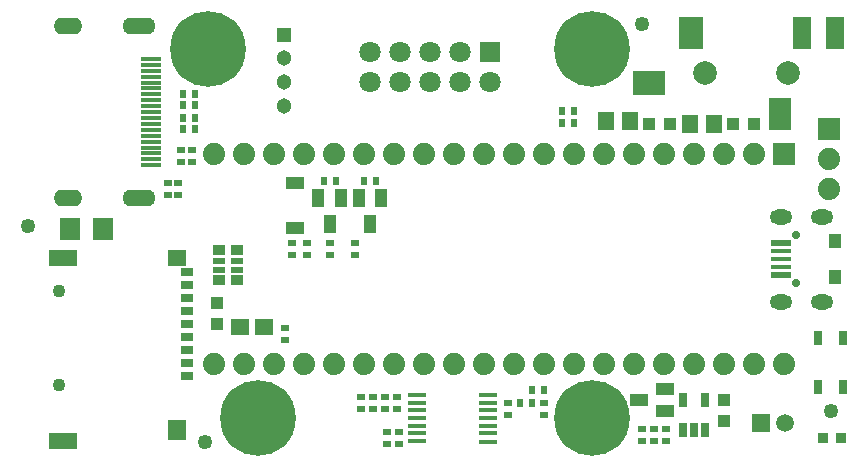
<source format=gbr>
%TF.GenerationSoftware,KiCad,Pcbnew,5.1.0-rc2-unknown-036be7d~80~ubuntu16.04.1*%
%TF.CreationDate,2022-03-09T08:52:48+02:00*%
%TF.ProjectId,RP2040-PICO-PC_rev_C,52503230-3430-42d5-9049-434f2d50435f,C*%
%TF.SameCoordinates,Original*%
%TF.FileFunction,Soldermask,Top*%
%TF.FilePolarity,Negative*%
%FSLAX46Y46*%
G04 Gerber Fmt 4.6, Leading zero omitted, Abs format (unit mm)*
G04 Created by KiCad (PCBNEW 5.1.0-rc2-unknown-036be7d~80~ubuntu16.04.1) date 2022-03-09 08:52:48*
%MOMM*%
%LPD*%
G04 APERTURE LIST*
%ADD10R,1.501600X1.101600*%
%ADD11C,1.879600*%
%ADD12R,1.879600X1.879600*%
%ADD13R,1.100000X0.700000*%
%ADD14R,1.600000X1.400000*%
%ADD15R,1.600000X1.800000*%
%ADD16R,2.400000X1.400000*%
%ADD17C,1.101600*%
%ADD18R,0.651600X0.601600*%
%ADD19C,1.801600*%
%ADD20R,1.801600X1.801600*%
%ADD21R,1.101600X1.501600*%
%ADD22R,1.301600X1.301600*%
%ADD23C,1.301600*%
%ADD24R,0.651600X1.301600*%
%ADD25R,1.371600X1.625600*%
%ADD26R,0.601600X0.651600*%
%ADD27R,1.501600X2.701600*%
%ADD28R,2.101600X2.701600*%
%ADD29R,1.901600X2.701600*%
%ADD30R,2.701600X2.101600*%
%ADD31C,2.001600*%
%ADD32C,6.401600*%
%ADD33C,1.254000*%
%ADD34C,1.501600*%
%ADD35R,1.501600X1.501600*%
%ADD36R,1.117600X1.117600*%
%ADD37R,1.701600X1.901600*%
%ADD38R,0.901600X0.901600*%
%ADD39R,1.751600X0.601600*%
%ADD40R,1.751600X0.426600*%
%ADD41C,0.701600*%
%ADD42R,1.101600X1.201600*%
%ADD43O,1.901600X1.301600*%
%ADD44R,1.501600X0.426600*%
%ADD45R,1.625600X1.371600*%
%ADD46R,1.117600X0.609600*%
%ADD47R,1.117600X0.863600*%
%ADD48O,2.401600X1.401600*%
%ADD49R,1.701600X0.351600*%
%ADD50O,2.801600X1.401600*%
%ADD51R,0.751600X1.151600*%
G04 APERTURE END LIST*
D10*
%TO.C,FET1*%
X174081440Y-135315960D03*
X174081440Y-133413500D03*
X171871640Y-134368540D03*
%TD*%
D11*
%TO.C,RP2040_PLATFORM1*%
X168910000Y-131318000D03*
X166370000Y-113538000D03*
X166370000Y-131318000D03*
X163830000Y-113538000D03*
X161290000Y-113538000D03*
X161290000Y-131318000D03*
X181610000Y-131318000D03*
X148590000Y-113538000D03*
X153670000Y-131318000D03*
X135890000Y-131318000D03*
X156210000Y-113538000D03*
X168910000Y-113538000D03*
X181610000Y-113538000D03*
D12*
X184150000Y-113538000D03*
D11*
X140970000Y-131318000D03*
X148590000Y-131318000D03*
X146050000Y-131318000D03*
X151130000Y-131318000D03*
X176530000Y-131318000D03*
X138430000Y-131318000D03*
X163830000Y-131318000D03*
X138430000Y-113538000D03*
X140970000Y-113538000D03*
X153670000Y-113538000D03*
X173990000Y-113538000D03*
X171450000Y-131318000D03*
X135890000Y-113538000D03*
X151130000Y-113538000D03*
X184150000Y-131318000D03*
X176530000Y-113538000D03*
X171450000Y-113538000D03*
X146050000Y-113538000D03*
X179070000Y-113538000D03*
X156210000Y-131318000D03*
X143510000Y-113538000D03*
X158750000Y-113538000D03*
X158750000Y-131318000D03*
X143510000Y-131318000D03*
X179070000Y-131318000D03*
X173990000Y-131318000D03*
%TD*%
D13*
%TO.C,MICRO_SD1*%
X133615000Y-123498000D03*
X133615000Y-124598000D03*
X133615000Y-125698000D03*
X133615000Y-126798000D03*
X133615000Y-127898000D03*
X133615000Y-128998000D03*
X133615000Y-130098000D03*
X133615000Y-131198000D03*
X133615000Y-132298000D03*
D14*
X132735000Y-122298000D03*
D15*
X132735000Y-136898000D03*
D16*
X123135000Y-122298000D03*
X123135000Y-137798000D03*
D17*
X122732800Y-133096000D03*
X122732800Y-125095000D03*
%TD*%
D18*
%TO.C,R12*%
X133096000Y-113157000D03*
X133096000Y-114173000D03*
%TD*%
%TO.C,R25*%
X142494000Y-121031000D03*
X142494000Y-122047000D03*
%TD*%
D19*
%TO.C,UEXT1*%
X149098000Y-107442000D03*
X149098000Y-104902000D03*
X151638000Y-107442000D03*
X151638000Y-104902000D03*
X154178000Y-107442000D03*
X154178000Y-104902000D03*
X156718000Y-107442000D03*
X156718000Y-104902000D03*
X159258000Y-107442000D03*
D20*
X159258000Y-104902000D03*
%TD*%
D21*
%TO.C,FET2*%
X146618960Y-117256560D03*
X144716500Y-117256560D03*
X145671540Y-119466360D03*
%TD*%
D18*
%TO.C,R19*%
X150368000Y-134112000D03*
X150368000Y-135128000D03*
%TD*%
%TO.C,R22*%
X151384000Y-135128000D03*
X151384000Y-134112000D03*
%TD*%
D22*
%TO.C,CON2*%
X141774000Y-103426000D03*
D23*
X141774000Y-105426000D03*
X141774000Y-107426000D03*
X141774000Y-109426000D03*
%TD*%
D24*
%TO.C,U1*%
X175580000Y-136936000D03*
X176530000Y-136936000D03*
X177480000Y-136936000D03*
X175580000Y-134336000D03*
X177480000Y-134336000D03*
%TD*%
D11*
%TO.C,DBG1*%
X187960000Y-116459000D03*
X187960000Y-113919000D03*
D12*
X187960000Y-111379000D03*
%TD*%
D25*
%TO.C,C7*%
X176149000Y-110998000D03*
X178181000Y-110998000D03*
%TD*%
%TO.C,C3*%
X169037000Y-110744000D03*
X171069000Y-110744000D03*
%TD*%
D26*
%TO.C,R28*%
X149606000Y-115824000D03*
X148590000Y-115824000D03*
%TD*%
%TO.C,R26*%
X146177000Y-115824000D03*
X145161000Y-115824000D03*
%TD*%
D18*
%TO.C,R6*%
X143764000Y-122047000D03*
X143764000Y-121031000D03*
%TD*%
D21*
%TO.C,FET3*%
X150047960Y-117256560D03*
X148145500Y-117256560D03*
X149100540Y-119466360D03*
%TD*%
D27*
%TO.C,AUDIO_JACK_1*%
X188483000Y-103280000D03*
D28*
X176283000Y-103280000D03*
D29*
X183783000Y-110180000D03*
D30*
X172683000Y-107480000D03*
D27*
X185683000Y-103280000D03*
D31*
X184483000Y-106680000D03*
X177483000Y-106680000D03*
%TD*%
D18*
%TO.C,R3*%
X147828000Y-121031000D03*
X147828000Y-122047000D03*
%TD*%
%TO.C,R2*%
X145669000Y-121031000D03*
X145669000Y-122047000D03*
%TD*%
D23*
%TO.C,MH3*%
X165481000Y-104648000D03*
X170307000Y-104648000D03*
X169545000Y-106299000D03*
X166243000Y-106426000D03*
X169545000Y-102997000D03*
X166243000Y-102997000D03*
X167894000Y-107061000D03*
X167894000Y-102235000D03*
D32*
X167894000Y-104648000D03*
%TD*%
D33*
%TO.C,FID4*%
X135128000Y-137922000D03*
%TD*%
D34*
%TO.C,BAT_CON1*%
X184261760Y-136288780D03*
D35*
X182232300Y-136291320D03*
%TD*%
D18*
%TO.C,R7*%
X132842000Y-115951000D03*
X132842000Y-116967000D03*
%TD*%
D26*
%TO.C,R13*%
X133223000Y-111379000D03*
X134239000Y-111379000D03*
%TD*%
%TO.C,R10*%
X133223000Y-108458000D03*
X134239000Y-108458000D03*
%TD*%
D18*
%TO.C,R11*%
X131953000Y-115951000D03*
X131953000Y-116967000D03*
%TD*%
D26*
%TO.C,R9*%
X133223000Y-110490000D03*
X134239000Y-110490000D03*
%TD*%
D18*
%TO.C,R8*%
X133985000Y-113157000D03*
X133985000Y-114173000D03*
%TD*%
D26*
%TO.C,R14*%
X133223000Y-109347000D03*
X134239000Y-109347000D03*
%TD*%
D33*
%TO.C,FID1*%
X172085000Y-102489000D03*
%TD*%
%TO.C,FID2*%
X188087000Y-135255000D03*
%TD*%
%TO.C,FID3*%
X120142000Y-119634000D03*
%TD*%
D36*
%TO.C,C1*%
X136144000Y-127889000D03*
X136144000Y-126111000D03*
%TD*%
D37*
%TO.C,FUSE1*%
X123695000Y-119888000D03*
X126495000Y-119888000D03*
%TD*%
D36*
%TO.C,C2*%
X179070000Y-134366000D03*
X179070000Y-136144000D03*
%TD*%
D38*
%TO.C,LED1*%
X188976000Y-137541000D03*
X187452000Y-137541000D03*
%TD*%
D18*
%TO.C,R1*%
X172085000Y-137795000D03*
X172085000Y-136779000D03*
%TD*%
%TO.C,R4*%
X174117000Y-137795000D03*
X174117000Y-136779000D03*
%TD*%
%TO.C,R5*%
X173101000Y-136779000D03*
X173101000Y-137795000D03*
%TD*%
D39*
%TO.C,USB1*%
X183921000Y-123815500D03*
D40*
X183921000Y-123078000D03*
X183921000Y-122428000D03*
X183921000Y-121778000D03*
D39*
X183921000Y-121040500D03*
D41*
X185171000Y-124428000D03*
X185171000Y-120428000D03*
D42*
X188471000Y-123928000D03*
X188471000Y-120928000D03*
D43*
X187321000Y-126028000D03*
X183851000Y-126028000D03*
X183851000Y-118828000D03*
X187321000Y-118828000D03*
%TD*%
D18*
%TO.C,C4*%
X163830000Y-134620000D03*
X163830000Y-135636000D03*
%TD*%
%TO.C,C5*%
X151511000Y-137033000D03*
X151511000Y-138049000D03*
%TD*%
%TO.C,C6*%
X149352000Y-135128000D03*
X149352000Y-134112000D03*
%TD*%
D36*
%TO.C,R16*%
X172720000Y-110998000D03*
X174498000Y-110998000D03*
%TD*%
D26*
%TO.C,R17*%
X163830000Y-133477000D03*
X162814000Y-133477000D03*
%TD*%
%TO.C,R18*%
X161798000Y-134620000D03*
X162814000Y-134620000D03*
%TD*%
D18*
%TO.C,R20*%
X148336000Y-135128000D03*
X148336000Y-134112000D03*
%TD*%
D36*
%TO.C,R21*%
X181610000Y-110998000D03*
X179832000Y-110998000D03*
%TD*%
D18*
%TO.C,R23*%
X160782000Y-135636000D03*
X160782000Y-134620000D03*
%TD*%
%TO.C,R24*%
X150495000Y-137033000D03*
X150495000Y-138049000D03*
%TD*%
D26*
%TO.C,R15*%
X165354000Y-109855000D03*
X166370000Y-109855000D03*
%TD*%
%TO.C,R27*%
X166370000Y-110871000D03*
X165354000Y-110871000D03*
%TD*%
D44*
%TO.C,U3*%
X153083000Y-137840000D03*
X153083000Y-137190000D03*
X153083000Y-136540000D03*
X153083000Y-135890000D03*
X153083000Y-135240000D03*
X153083000Y-134590000D03*
X153083000Y-133940000D03*
X159083000Y-133940000D03*
X159083000Y-134590000D03*
X159083000Y-135240000D03*
X159083000Y-135890000D03*
X159083000Y-136540000D03*
X159083000Y-137190000D03*
X159083000Y-137890000D03*
%TD*%
D23*
%TO.C,MH1*%
X132969000Y-104648000D03*
X137795000Y-104648000D03*
X137033000Y-106299000D03*
X133731000Y-106426000D03*
X137033000Y-102997000D03*
X133731000Y-102997000D03*
X135382000Y-107061000D03*
X135382000Y-102235000D03*
D32*
X135382000Y-104648000D03*
%TD*%
D23*
%TO.C,MH2*%
X137160000Y-135890000D03*
X141986000Y-135890000D03*
X141224000Y-137541000D03*
X137922000Y-137668000D03*
X141224000Y-134239000D03*
X137922000Y-134239000D03*
X139573000Y-138303000D03*
X139573000Y-133477000D03*
D32*
X139573000Y-135890000D03*
%TD*%
D23*
%TO.C,MH4*%
X165481000Y-135890000D03*
X170307000Y-135890000D03*
X169545000Y-137541000D03*
X166243000Y-137668000D03*
X169545000Y-134239000D03*
X166243000Y-134239000D03*
X167894000Y-138303000D03*
X167894000Y-133477000D03*
D32*
X167894000Y-135890000D03*
%TD*%
D10*
%TO.C,D1*%
X142748000Y-115956000D03*
X142748000Y-119756000D03*
%TD*%
D45*
%TO.C,L1*%
X140081000Y-128143000D03*
X138049000Y-128143000D03*
%TD*%
D18*
%TO.C,R29*%
X141859000Y-128270000D03*
X141859000Y-129286000D03*
%TD*%
D46*
%TO.C,RM1*%
X137795000Y-122555000D03*
X137795000Y-123317000D03*
X136271000Y-122555000D03*
X136271000Y-123317000D03*
D47*
X137795000Y-121666000D03*
X136271000Y-121666000D03*
X137795000Y-124206000D03*
X136271000Y-124206000D03*
%TD*%
D48*
%TO.C,HDMI1*%
X123518000Y-102682000D03*
D49*
X130518000Y-105482000D03*
X130518000Y-105982000D03*
X130518000Y-106482000D03*
X130518000Y-106982000D03*
X130518000Y-107482000D03*
X130518000Y-107982000D03*
X130518000Y-108482000D03*
X130518000Y-108982000D03*
X130518000Y-109482000D03*
X130518000Y-109982000D03*
X130518000Y-110482000D03*
X130518000Y-110982000D03*
X130518000Y-111482000D03*
X130518000Y-111982000D03*
X130518000Y-112482000D03*
X130518000Y-112982000D03*
X130518000Y-113482000D03*
X130518000Y-113982000D03*
X130518000Y-114482000D03*
D48*
X123518000Y-117282000D03*
D50*
X129568000Y-117282000D03*
X129568000Y-102682000D03*
%TD*%
D51*
%TO.C,RST1*%
X189162000Y-129116000D03*
X189162000Y-133266000D03*
X187012000Y-129116000D03*
X187012000Y-133266000D03*
%TD*%
M02*

</source>
